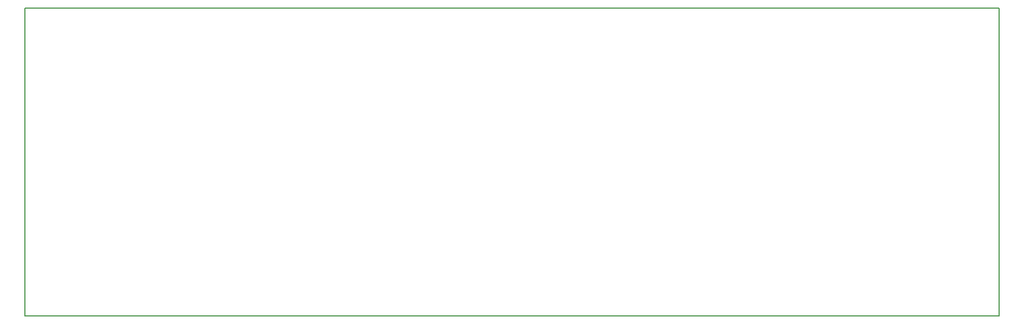
<source format=gbr>
G04 #@! TF.GenerationSoftware,KiCad,Pcbnew,5.0.2-bee76a0~70~ubuntu18.04.1*
G04 #@! TF.CreationDate,2019-03-15T15:47:04+02:00*
G04 #@! TF.ProjectId,bandpass_filter_design,62616e64-7061-4737-935f-66696c746572,rev?*
G04 #@! TF.SameCoordinates,Original*
G04 #@! TF.FileFunction,Profile,NP*
%FSLAX46Y46*%
G04 Gerber Fmt 4.6, Leading zero omitted, Abs format (unit mm)*
G04 Created by KiCad (PCBNEW 5.0.2-bee76a0~70~ubuntu18.04.1) date Fri 15 Mar 2019 03:47:04 PM EET*
%MOMM*%
%LPD*%
G01*
G04 APERTURE LIST*
%ADD10C,0.150000*%
G04 APERTURE END LIST*
D10*
X63500000Y-118110000D02*
X63500000Y-69850000D01*
X123825000Y-118110000D02*
X63500000Y-118110000D01*
X215900000Y-118110000D02*
X123825000Y-118110000D01*
X215900000Y-69850000D02*
X215900000Y-118110000D01*
X63500000Y-69850000D02*
X215900000Y-69850000D01*
M02*

</source>
